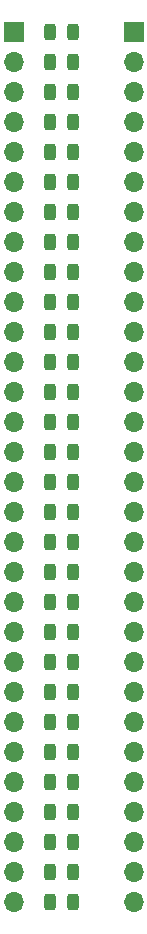
<source format=gts>
G04 #@! TF.GenerationSoftware,KiCad,Pcbnew,7.0.6*
G04 #@! TF.CreationDate,2024-04-20T21:55:13+01:00*
G04 #@! TF.ProjectId,BreadboardIndicator,42726561-6462-46f6-9172-64496e646963,rev?*
G04 #@! TF.SameCoordinates,Original*
G04 #@! TF.FileFunction,Soldermask,Top*
G04 #@! TF.FilePolarity,Negative*
%FSLAX46Y46*%
G04 Gerber Fmt 4.6, Leading zero omitted, Abs format (unit mm)*
G04 Created by KiCad (PCBNEW 7.0.6) date 2024-04-20 21:55:13*
%MOMM*%
%LPD*%
G01*
G04 APERTURE LIST*
G04 Aperture macros list*
%AMRoundRect*
0 Rectangle with rounded corners*
0 $1 Rounding radius*
0 $2 $3 $4 $5 $6 $7 $8 $9 X,Y pos of 4 corners*
0 Add a 4 corners polygon primitive as box body*
4,1,4,$2,$3,$4,$5,$6,$7,$8,$9,$2,$3,0*
0 Add four circle primitives for the rounded corners*
1,1,$1+$1,$2,$3*
1,1,$1+$1,$4,$5*
1,1,$1+$1,$6,$7*
1,1,$1+$1,$8,$9*
0 Add four rect primitives between the rounded corners*
20,1,$1+$1,$2,$3,$4,$5,0*
20,1,$1+$1,$4,$5,$6,$7,0*
20,1,$1+$1,$6,$7,$8,$9,0*
20,1,$1+$1,$8,$9,$2,$3,0*%
G04 Aperture macros list end*
%ADD10RoundRect,0.243750X0.243750X0.456250X-0.243750X0.456250X-0.243750X-0.456250X0.243750X-0.456250X0*%
%ADD11R,1.700000X1.700000*%
%ADD12O,1.700000X1.700000*%
G04 APERTURE END LIST*
D10*
X105000000Y-143660000D03*
X103125000Y-143660000D03*
X105000000Y-141120000D03*
X103125000Y-141120000D03*
X105000000Y-138580000D03*
X103125000Y-138580000D03*
X105000000Y-136040000D03*
X103125000Y-136040000D03*
X105000000Y-133500000D03*
X103125000Y-133500000D03*
X105000000Y-130960000D03*
X103125000Y-130960000D03*
X105000000Y-128420000D03*
X103125000Y-128420000D03*
X105000000Y-125880000D03*
X103125000Y-125880000D03*
X105000000Y-123340000D03*
X103125000Y-123340000D03*
X105000000Y-120800000D03*
X103125000Y-120800000D03*
X105000000Y-118260000D03*
X103125000Y-118260000D03*
X105000000Y-115720000D03*
X103125000Y-115720000D03*
X105000000Y-113180000D03*
X103125000Y-113180000D03*
X105000000Y-110640000D03*
X103125000Y-110640000D03*
X105000000Y-108100000D03*
X103125000Y-108100000D03*
X105000000Y-105560000D03*
X103125000Y-105560000D03*
X105000000Y-103020000D03*
X103125000Y-103020000D03*
X105000000Y-100480000D03*
X103125000Y-100480000D03*
X105000000Y-97940000D03*
X103125000Y-97940000D03*
X105000000Y-95400000D03*
X103125000Y-95400000D03*
X105000000Y-92860000D03*
X103125000Y-92860000D03*
X105000000Y-90320000D03*
X103125000Y-90320000D03*
X105000000Y-87780000D03*
X103125000Y-87780000D03*
X105000000Y-85240000D03*
X103125000Y-85240000D03*
X105000000Y-82700000D03*
X103125000Y-82700000D03*
X105000000Y-80160000D03*
X103125000Y-80160000D03*
X105000000Y-77620000D03*
X103125000Y-77620000D03*
X105000000Y-75080000D03*
X103125000Y-75080000D03*
X103125000Y-72540000D03*
X105000000Y-72540000D03*
X103125000Y-70000000D03*
X105000000Y-70000000D03*
D11*
X110160000Y-70000000D03*
D12*
X110160000Y-72540000D03*
X110160000Y-75080000D03*
X110160000Y-77620000D03*
X110160000Y-80160000D03*
X110160000Y-82700000D03*
X110160000Y-85240000D03*
X110160000Y-87780000D03*
X110160000Y-90320000D03*
X110160000Y-92860000D03*
X110160000Y-95400000D03*
X110160000Y-97940000D03*
X110160000Y-100480000D03*
X110160000Y-103020000D03*
X110160000Y-105560000D03*
X110160000Y-108100000D03*
X110160000Y-110640000D03*
X110160000Y-113180000D03*
X110160000Y-115720000D03*
X110160000Y-118260000D03*
X110160000Y-120800000D03*
X110160000Y-123340000D03*
X110160000Y-125880000D03*
X110160000Y-128420000D03*
X110160000Y-130960000D03*
X110160000Y-133500000D03*
X110160000Y-136040000D03*
X110160000Y-138580000D03*
X110160000Y-141120000D03*
X110160000Y-143660000D03*
D11*
X100000000Y-70000000D03*
D12*
X100000000Y-72540000D03*
X100000000Y-75080000D03*
X100000000Y-77620000D03*
X100000000Y-80160000D03*
X100000000Y-82700000D03*
X100000000Y-85240000D03*
X100000000Y-87780000D03*
X100000000Y-90320000D03*
X100000000Y-92860000D03*
X100000000Y-95400000D03*
X100000000Y-97940000D03*
X100000000Y-100480000D03*
X100000000Y-103020000D03*
X100000000Y-105560000D03*
X100000000Y-108100000D03*
X100000000Y-110640000D03*
X100000000Y-113180000D03*
X100000000Y-115720000D03*
X100000000Y-118260000D03*
X100000000Y-120800000D03*
X100000000Y-123340000D03*
X100000000Y-125880000D03*
X100000000Y-128420000D03*
X100000000Y-130960000D03*
X100000000Y-133500000D03*
X100000000Y-136040000D03*
X100000000Y-138580000D03*
X100000000Y-141120000D03*
X100000000Y-143660000D03*
M02*

</source>
